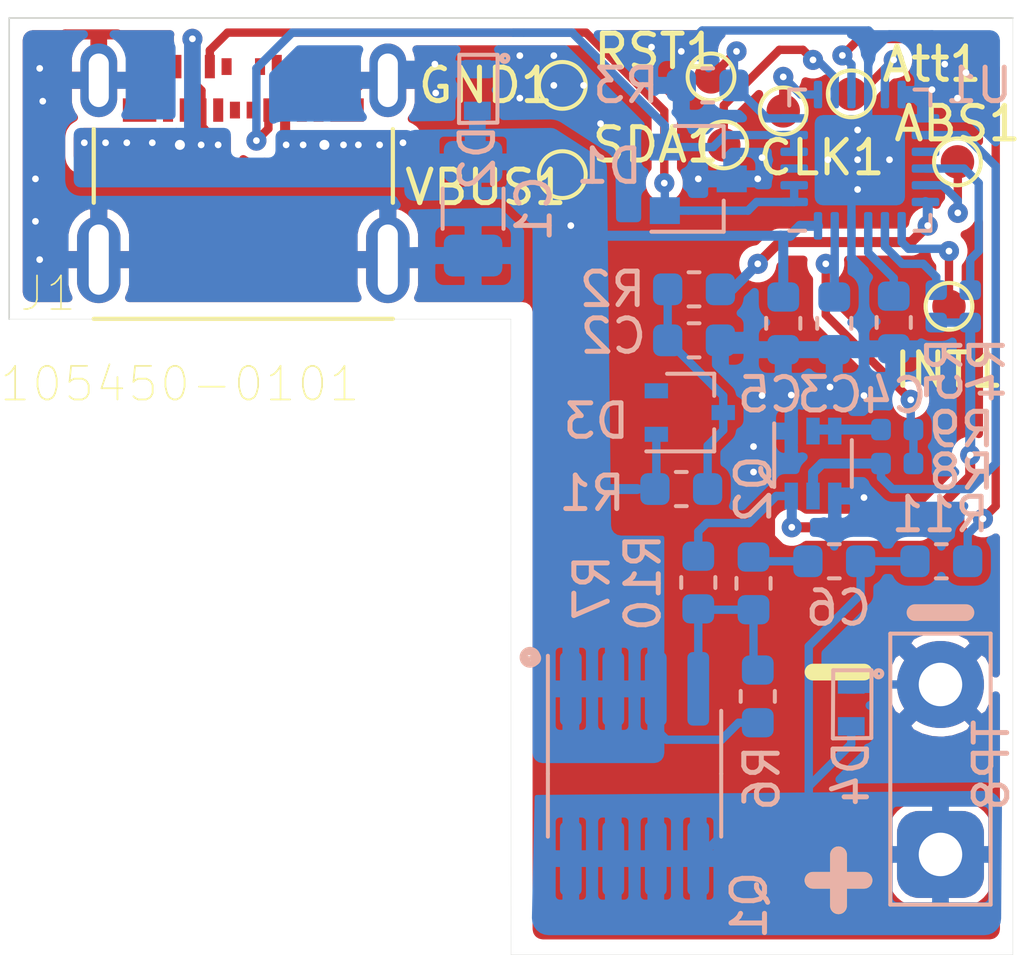
<source format=kicad_pcb>
(kicad_pcb (version 20171130) (host pcbnew "(5.1.2)-1")
  (layers (0 F.Cu signal) (31 B.Cu signal) (34 B.Paste user) (35 F.Paste user) (36 B.SilkS user) (37 F.SilkS user) (38 B.Mask user) (39 F.Mask user) (44 Edge.Cuts user))
  (net 0 "")
  (net 1 VBUS)
  (net 2 GND)
  (net 3 "Net-(C2-Pad1)")
  (net 4 +2V8)
  (net 5 "Net-(C4-Pad2)")
  (net 6 "Net-(C6-Pad2)")
  (net 7 "Net-(C6-Pad1)")
  (net 8 /CC2)
  (net 9 /CC1)
  (net 10 "Net-(D3-Pad2)")
  (net 11 "Net-(J1-PadB11)")
  (net 12 "Net-(J1-PadB10)")
  (net 13 "Net-(J1-PadB3)")
  (net 14 "Net-(J1-PadB2)")
  (net 15 "Net-(J1-PadA11)")
  (net 16 "Net-(J1-PadA10)")
  (net 17 "Net-(J1-PadA8)")
  (net 18 "Net-(J1-PadA3)")
  (net 19 "Net-(J1-PadA2)")
  (net 20 "Net-(Q2-Pad2)")
  (net 21 "Net-(Q2-Pad5)")
  (net 22 "Net-(Q2-Pad6)")
  (net 23 "Net-(R2-Pad2)")
  (net 24 "Net-(U1-Pad15)")
  (net 25 "Net-(U1-Pad3)")
  (net 26 "Net-(R3-Pad1)")
  (net 27 "Net-(R4-Pad2)")
  (net 28 "Net-(R5-Pad2)")
  (net 29 "Net-(R11-Pad2)")
  (net 30 "Net-(Q1-Pad4)")
  (net 31 "Net-(ABS1-Pad1)")
  (net 32 "Net-(Att1-Pad1)")
  (net 33 "Net-(CLK1-Pad1)")
  (net 34 "Net-(INT1-Pad1)")
  (net 35 "Net-(SDA1-Pad1)")
  (net 36 "Net-(J1-PadB8)")
  (net 37 "Net-(J1-PadB7)")
  (net 38 "Net-(J1-PadB6)")
  (net 39 "Net-(J1-PadA7)")
  (net 40 "Net-(J1-PadA6)")
  (module RuanProject:MOLEX_105450-0101 (layer F.Cu) (at 42.15384 142.27302)
    (fp_text reference J1 (at -5.83184 3.01498) (layer F.SilkS) (effects (font (size 1.0036 1.0036) (thickness 0.05))))
    (fp_text value 105450-0101 (at -1.89789 5.71781) (layer F.SilkS) (effects (font (size 1.0035 1.0035) (thickness 0.05))))
    (pad S4 thru_hole oval (at 4.32 2 90) (size 2.6 1.3) (drill oval 2.1 0.6) (layers *.Cu *.Mask) (net 2 GND))
    (pad S3 thru_hole oval (at -4.32 2 90) (size 2.6 1.3) (drill oval 2.1 0.6) (layers *.Cu *.Mask) (net 2 GND))
    (pad S2 thru_hole oval (at 4.32 -3.36 90) (size 2.2 1.1) (drill oval 1.6 0.6) (layers *.Cu *.Mask) (net 2 GND))
    (pad S1 thru_hole oval (at -4.32 -3.36 90) (size 2.2 1.1) (drill oval 1.6 0.6) (layers *.Cu *.Mask) (net 2 GND))
    (pad B12 smd rect (at -3.1 -2.47) (size 1 0.7) (layers F.Cu F.Paste F.Mask) (net 2 GND))
    (pad B11 smd rect (at -2.25 -2.47) (size 0.3 0.7) (layers F.Cu F.Paste F.Mask) (net 11 "Net-(J1-PadB11)"))
    (pad B10 smd rect (at -1.75 -2.47) (size 0.3 0.7) (layers F.Cu F.Paste F.Mask) (net 12 "Net-(J1-PadB10)"))
    (pad B9 smd rect (at -1.25 -2.47) (size 0.3 0.7) (layers F.Cu F.Paste F.Mask) (net 1 VBUS))
    (pad B8 smd rect (at -0.75 -2.47) (size 0.3 0.7) (layers F.Cu F.Paste F.Mask) (net 36 "Net-(J1-PadB8)"))
    (pad B7 smd rect (at -0.25 -2.47) (size 0.3 0.5) (layers F.Cu F.Paste F.Mask) (net 37 "Net-(J1-PadB7)"))
    (pad B6 smd rect (at 0.25 -2.47) (size 0.3 0.5) (layers F.Cu F.Paste F.Mask) (net 38 "Net-(J1-PadB6)"))
    (pad B5 smd rect (at 0.75 -2.47) (size 0.3 0.7) (layers F.Cu F.Paste F.Mask) (net 8 /CC2))
    (pad B4 smd rect (at 1.25 -2.47) (size 0.3 0.7) (layers F.Cu F.Paste F.Mask) (net 1 VBUS))
    (pad B3 smd rect (at 1.75 -2.47) (size 0.3 0.7) (layers F.Cu F.Paste F.Mask) (net 13 "Net-(J1-PadB3)"))
    (pad B2 smd rect (at 2.25 -2.47) (size 0.3 0.7) (layers F.Cu F.Paste F.Mask) (net 14 "Net-(J1-PadB2)"))
    (pad B1 smd rect (at 3.1 -2.47) (size 1 0.7) (layers F.Cu F.Paste F.Mask) (net 2 GND))
    (pad A12 smd rect (at 3 -3.77) (size 0.3 0.7) (layers F.Cu F.Paste F.Mask) (net 2 GND))
    (pad A11 smd rect (at 2.5 -3.77) (size 0.3 0.7) (layers F.Cu F.Paste F.Mask) (net 15 "Net-(J1-PadA11)"))
    (pad A10 smd rect (at 2 -3.77) (size 0.3 0.7) (layers F.Cu F.Paste F.Mask) (net 16 "Net-(J1-PadA10)"))
    (pad A9 smd rect (at 1.5 -3.77) (size 0.3 0.7) (layers F.Cu F.Paste F.Mask) (net 1 VBUS))
    (pad A8 smd rect (at 1 -3.77) (size 0.3 0.7) (layers F.Cu F.Paste F.Mask) (net 17 "Net-(J1-PadA8)"))
    (pad A7 smd rect (at 0.5 -3.77) (size 0.3 0.5) (layers F.Cu F.Paste F.Mask) (net 39 "Net-(J1-PadA7)"))
    (pad A6 smd rect (at -0.5 -3.77) (size 0.3 0.5) (layers F.Cu F.Paste F.Mask) (net 40 "Net-(J1-PadA6)"))
    (pad A5 smd rect (at -1 -3.77) (size 0.3 0.7) (layers F.Cu F.Paste F.Mask) (net 9 /CC1))
    (pad A4 smd rect (at -1.5 -3.77) (size 0.3 0.7) (layers F.Cu F.Paste F.Mask) (net 1 VBUS))
    (pad A3 smd rect (at -2 -3.77) (size 0.3 0.7) (layers F.Cu F.Paste F.Mask) (net 18 "Net-(J1-PadA3)"))
    (pad A2 smd rect (at -2.5 -3.77) (size 0.3 0.7) (layers F.Cu F.Paste F.Mask) (net 19 "Net-(J1-PadA2)"))
    (pad A1 smd rect (at -3 -3.77) (size 0.3 0.7) (layers F.Cu F.Paste F.Mask) (net 2 GND))
  )
  (module TestPoint:TestPoint_Pad_D1.0mm (layer F.Cu) (at 51.689 141.732)
    (fp_text reference VBUS1 (at -2.286 0.381) (layer F.SilkS))
    (fp_text value VBUS)
    (pad 1 smd circle (at 0 0) (size 1 1) (layers F.Cu F.Mask) (net 1 VBUS))
  )
  (module TestPoint:TestPoint_Pad_D1.0mm (layer F.Cu) (at 56.515 140.843)
    (fp_text reference SDA1 (at -2.032 0) (layer F.SilkS))
    (fp_text value SDA)
    (pad 1 smd circle (at 0 0) (size 1 1) (layers F.Cu F.Mask) (net 35 "Net-(SDA1-Pad1)"))
  )
  (module TestPoint:TestPoint_Pad_D1.0mm (layer F.Cu) (at 56.134 138.811)
    (fp_text reference RST1 (at -1.651 -0.762) (layer F.SilkS))
    (fp_text value RST)
    (pad 1 smd circle (at 0 0) (size 1 1) (layers F.Cu F.Mask) (net 26 "Net-(R3-Pad1)"))
  )
  (module TestPoint:TestPoint_Pad_D1.0mm (layer F.Cu) (at 63.246 145.669)
    (fp_text reference INT1 (at 0 1.905) (layer F.SilkS))
    (fp_text value INT)
    (pad 1 smd circle (at 0 0) (size 1 1) (layers F.Cu F.Mask) (net 34 "Net-(INT1-Pad1)"))
  )
  (module TestPoint:TestPoint_Pad_D1.0mm (layer F.Cu) (at 51.689 139.065)
    (fp_text reference GND1 (at -2.286 0) (layer F.SilkS))
    (fp_text value GND)
    (pad 1 smd circle (at 0 0) (size 1 1) (layers F.Cu F.Mask) (net 2 GND))
  )
  (module TestPoint:TestPoint_Pad_D1.0mm (layer F.Cu) (at 58.293 139.827)
    (fp_text reference CLK1 (at 1.143 1.397) (layer F.SilkS))
    (fp_text value CLK)
    (pad 1 smd circle (at 0 0) (size 1 1) (layers F.Cu F.Mask) (net 33 "Net-(CLK1-Pad1)"))
  )
  (module TestPoint:TestPoint_Pad_D1.0mm (layer F.Cu) (at 60.325 139.319)
    (fp_text reference Att1 (at 2.413 -0.889) (layer F.SilkS))
    (fp_text value ATT)
    (pad 1 smd circle (at 0 0) (size 1 1) (layers F.Cu F.Mask) (net 32 "Net-(Att1-Pad1)"))
  )
  (module TestPoint:TestPoint_Pad_D1.0mm (layer F.Cu) (at 63.5 141.351)
    (fp_text reference ABS1 (at 0 -1.143) (layer F.SilkS))
    (fp_text value ABS)
    (pad 1 smd circle (at 0 0) (size 1 1) (layers F.Cu F.Mask) (net 31 "Net-(ABS1-Pad1)"))
  )
  (module RuanProject:SOT-363_SC-70-6 (layer B.Cu) (at 59.182 150.368 270)
    (fp_text reference Q2 (at 0.762 1.778 270) (layer B.SilkS) (effects (justify mirror)))
    (fp_text value 2N7002KDW)
    (pad 6 smd rect (at 0.97 0.65 270) (size 0.8 0.4) (layers B.Cu B.Paste B.Mask) (net 22 "Net-(Q2-Pad6)"))
    (pad 4 smd rect (at 0.97 -0.65 270) (size 0.8 0.4) (layers B.Cu B.Paste B.Mask) (net 2 GND))
    (pad 2 smd rect (at -0.97 0 270) (size 0.8 0.4) (layers B.Cu B.Paste B.Mask) (net 20 "Net-(Q2-Pad2)"))
    (pad 5 smd rect (at 0.97 0 270) (size 0.8 0.4) (layers B.Cu B.Paste B.Mask) (net 21 "Net-(Q2-Pad5)"))
    (pad 3 smd rect (at -0.97 -0.65 270) (size 0.8 0.4) (layers B.Cu B.Paste B.Mask) (net 20 "Net-(Q2-Pad2)"))
    (pad 1 smd rect (at -0.97 0.65 270) (size 0.8 0.4) (layers B.Cu B.Paste B.Mask) (net 2 GND))
  )
  (module Package_DFN_QFN:QFN-24-1EP_4x4mm_P0.5mm_EP2.7x2.7mm (layer B.Cu) (at 60.58154 141.3002)
    (fp_text reference U1 (at 3.55346 -2.2352) (layer B.SilkS) (effects (justify mirror)))
    (fp_text value STUSB4500)
    (pad 24 smd roundrect (at -1.25 1.9625) (size 0.25 0.825) (layers B.Cu B.Paste B.Mask) (net 1 VBUS))
    (pad 23 smd roundrect (at -0.75 1.9625) (size 0.25 0.825) (layers B.Cu B.Paste B.Mask) (net 4 +2V8))
    (pad 22 smd roundrect (at -0.25 1.9625) (size 0.25 0.825) (layers B.Cu B.Paste B.Mask) (net 2 GND))
    (pad 21 smd roundrect (at 0.25 1.9625) (size 0.25 0.825) (layers B.Cu B.Paste B.Mask) (net 5 "Net-(C4-Pad2)"))
    (pad 20 smd roundrect (at 0.75 1.9625) (size 0.25 0.825) (layers B.Cu B.Paste B.Mask) (net 28 "Net-(R5-Pad2)"))
    (pad 19 smd roundrect (at 1.25 1.9625) (size 0.25 0.825) (layers B.Cu B.Paste B.Mask) (net 34 "Net-(INT1-Pad1)"))
    (pad 18 smd roundrect (at 1.9625 1.25) (size 0.825 0.25) (layers B.Cu B.Paste B.Mask) (net 23 "Net-(R2-Pad2)"))
    (pad 17 smd roundrect (at 1.9625 0.75) (size 0.825 0.25) (layers B.Cu B.Paste B.Mask) (net 31 "Net-(ABS1-Pad1)"))
    (pad 16 smd roundrect (at 1.9625 0.25) (size 0.825 0.25) (layers B.Cu B.Paste B.Mask) (net 27 "Net-(R4-Pad2)"))
    (pad 15 smd roundrect (at 1.9625 -0.25) (size 0.825 0.25) (layers B.Cu B.Paste B.Mask) (net 24 "Net-(U1-Pad15)"))
    (pad 14 smd roundrect (at 1.9625 -0.75) (size 0.825 0.25) (layers B.Cu B.Paste B.Mask) (net 21 "Net-(Q2-Pad5)"))
    (pad 13 smd roundrect (at 1.9625 -1.25) (size 0.825 0.25) (layers B.Cu B.Paste B.Mask) (net 2 GND))
    (pad 12 smd roundrect (at 1.25 -1.9625) (size 0.25 0.825) (layers B.Cu B.Paste B.Mask) (net 2 GND))
    (pad 11 smd roundrect (at 0.75 -1.9625) (size 0.25 0.825) (layers B.Cu B.Paste B.Mask) (net 32 "Net-(Att1-Pad1)"))
    (pad 10 smd roundrect (at 0.25 -1.9625) (size 0.25 0.825) (layers B.Cu B.Paste B.Mask) (net 2 GND))
    (pad 9 smd roundrect (at -0.25 -1.9625) (size 0.25 0.825) (layers B.Cu B.Paste B.Mask) (net 29 "Net-(R11-Pad2)"))
    (pad 8 smd roundrect (at -0.75 -1.9625) (size 0.25 0.825) (layers B.Cu B.Paste B.Mask) (net 35 "Net-(SDA1-Pad1)"))
    (pad 7 smd roundrect (at -1.25 -1.9625) (size 0.25 0.825) (layers B.Cu B.Paste B.Mask) (net 33 "Net-(CLK1-Pad1)"))
    (pad 6 smd roundrect (at -1.9625 -1.25) (size 0.825 0.25) (layers B.Cu B.Paste B.Mask) (net 26 "Net-(R3-Pad1)"))
    (pad 5 smd roundrect (at -1.9625 -0.75) (size 0.825 0.25) (layers B.Cu B.Paste B.Mask) (net 8 /CC2))
    (pad 4 smd roundrect (at -1.9625 -0.25) (size 0.825 0.25) (layers B.Cu B.Paste B.Mask) (net 8 /CC2))
    (pad 3 smd roundrect (at -1.9625 0.25) (size 0.825 0.25) (layers B.Cu B.Paste B.Mask) (net 25 "Net-(U1-Pad3)"))
    (pad 2 smd roundrect (at -1.9625 0.75) (size 0.825 0.25) (layers B.Cu B.Paste B.Mask) (net 9 /CC1))
    (pad 1 smd roundrect (at -1.9625 1.25) (size 0.825 0.25) (layers B.Cu B.Paste B.Mask) (net 9 /CC1))
    (pad 25 smd roundrect (at 0 0) (size 2.7 2.7) (layers B.Cu B.Mask) (roundrect_rratio 0.09259299999999999) (net 2 GND))
  )
  (module TestPoint:TestPoint_2Pads_Pitch5.08mm_Drill1.3mm (layer B.Cu) (at 62.992 162.052 90)
    (fp_text reference TP8 (at 2.667 1.524 90) (layer B.SilkS) (effects (justify mirror)))
    (fp_text value "Power Soldering Pad")
    (pad 2 thru_hole circle (at 5.08 0 90) (size 2.6 2.6) (drill 1.3) (layers *.Cu *.Mask) (net 2 GND))
    (pad 1 thru_hole roundrect (at 0 0 90) (size 2.6 2.6) (drill 1.3) (layers *.Cu *.Mask) (net 7 "Net-(C6-Pad1)"))
  )
  (module Resistor_SMD:R_0603_1608Metric (layer B.Cu) (at 63.0175 153.289)
    (fp_text reference R11 (at -0.0255 -1.397) (layer B.SilkS) (effects (justify mirror)))
    (fp_text value 1K)
    (pad 2 smd roundrect (at 0.7875 0) (size 0.875 0.95) (layers B.Cu B.Paste B.Mask) (net 29 "Net-(R11-Pad2)"))
    (pad 1 smd roundrect (at -0.7875 0) (size 0.875 0.95) (layers B.Cu B.Paste B.Mask) (net 7 "Net-(C6-Pad1)"))
  )
  (module Resistor_SMD:R_0603_1608Metric (layer B.Cu) (at 57.404 153.9495 270)
    (fp_text reference R10 (at -0.0255 3.302 90) (layer B.SilkS) (effects (justify mirror)))
    (fp_text value 100R)
    (pad 2 smd roundrect (at 0.7875 0 270) (size 0.875 0.95) (layers B.Cu B.Paste B.Mask) (net 30 "Net-(Q1-Pad4)"))
    (pad 1 smd roundrect (at -0.7875 0 270) (size 0.875 0.95) (layers B.Cu B.Paste B.Mask) (net 6 "Net-(C6-Pad2)"))
  )
  (module Resistor_SMD:R_0402_1005Metric (layer B.Cu) (at 61.699 149.352 180)
    (fp_text reference R9 (at -1.928 0 180) (layer B.SilkS) (effects (justify mirror)))
    (fp_text value 10K)
    (pad 2 smd roundrect (at 0.485 0 180) (size 0.59 0.64) (layers B.Cu B.Paste B.Mask) (net 20 "Net-(Q2-Pad2)"))
    (pad 1 smd roundrect (at -0.485 0 180) (size 0.59 0.64) (layers B.Cu B.Paste B.Mask) (net 4 +2V8))
  )
  (module Resistor_SMD:R_0402_1005Metric (layer B.Cu) (at 61.699 150.368 180)
    (fp_text reference R8 (at -1.928 -0.254) (layer B.SilkS) (effects (justify mirror)))
    (fp_text value 10K)
    (pad 2 smd roundrect (at 0.485 0 180) (size 0.59 0.64) (layers B.Cu B.Paste B.Mask) (net 21 "Net-(Q2-Pad5)"))
    (pad 1 smd roundrect (at -0.485 0 180) (size 0.59 0.64) (layers B.Cu B.Paste B.Mask) (net 4 +2V8))
  )
  (module Resistor_SMD:R_0603_1608Metric (layer B.Cu) (at 55.753 153.924 90)
    (fp_text reference R7 (at -0.1525 -3.175 90) (layer B.SilkS) (effects (justify mirror)))
    (fp_text value 22K)
    (pad 2 smd roundrect (at 0.7875 0 90) (size 0.875 0.95) (layers B.Cu B.Paste B.Mask) (net 22 "Net-(Q2-Pad6)"))
    (pad 1 smd roundrect (at -0.7875 0 90) (size 0.875 0.95) (layers B.Cu B.Paste B.Mask) (net 30 "Net-(Q1-Pad4)"))
  )
  (module Resistor_SMD:R_0603_1608Metric (layer B.Cu) (at 57.531 157.3275 90)
    (fp_text reference R6 (at -2.4385 0.127 90) (layer B.SilkS) (effects (justify mirror)))
    (fp_text value 100K)
    (pad 2 smd roundrect (at 0.7875 0 90) (size 0.875 0.95) (layers B.Cu B.Paste B.Mask) (net 30 "Net-(Q1-Pad4)"))
    (pad 1 smd roundrect (at -0.7875 0 90) (size 0.875 0.95) (layers B.Cu B.Paste B.Mask) (net 1 VBUS))
  )
  (module Resistor_SMD:R_0402_1005Metric (layer B.Cu) (at 62.865 145.669 90)
    (fp_text reference R5 (at -1.905 0.254 90) (layer B.SilkS) (effects (justify mirror)))
    (fp_text value "0R(NC)")
    (pad 2 smd roundrect (at 0.485 0 90) (size 0.59 0.64) (layers B.Cu B.Paste B.Mask) (net 28 "Net-(R5-Pad2)"))
    (pad 1 smd roundrect (at -0.485 0 90) (size 0.59 0.64) (layers B.Cu B.Paste B.Mask) (net 22 "Net-(Q2-Pad6)"))
  )
  (module Resistor_SMD:R_0402_1005Metric (layer B.Cu) (at 63.881 145.669 90)
    (fp_text reference R4 (at -1.905 0.508 90) (layer B.SilkS) (effects (justify mirror)))
    (fp_text value "0R(NC)")
    (pad 2 smd roundrect (at 0.485 0 90) (size 0.59 0.64) (layers B.Cu B.Paste B.Mask) (net 27 "Net-(R4-Pad2)"))
    (pad 1 smd roundrect (at -0.485 0 90) (size 0.59 0.64) (layers B.Cu B.Paste B.Mask) (net 22 "Net-(Q2-Pad6)"))
  )
  (module Resistor_SMD:R_0603_1608Metric (layer B.Cu) (at 56.0325 139.065 180)
    (fp_text reference R3 (at 2.4385 0) (layer B.SilkS) (effects (justify mirror)))
    (fp_text value 100K)
    (pad 2 smd roundrect (at 0.7875 0 180) (size 0.875 0.95) (layers B.Cu B.Paste B.Mask) (net 2 GND))
    (pad 1 smd roundrect (at -0.7875 0 180) (size 0.875 0.95) (layers B.Cu B.Paste B.Mask) (net 26 "Net-(R3-Pad1)"))
  )
  (module Resistor_SMD:R_0603_1608Metric (layer B.Cu) (at 55.626 145.161)
    (fp_text reference R2 (at -2.4385 0) (layer B.SilkS) (effects (justify mirror)))
    (fp_text value 1K)
    (pad 2 smd roundrect (at 0.7875 0) (size 0.875 0.95) (layers B.Cu B.Paste B.Mask) (net 23 "Net-(R2-Pad2)"))
    (pad 1 smd roundrect (at -0.7875 0) (size 0.875 0.95) (layers B.Cu B.Paste B.Mask) (net 3 "Net-(C2-Pad1)"))
  )
  (module Resistor_SMD:R_0603_1608Metric (layer B.Cu) (at 55.245 151.13)
    (fp_text reference R1 (at -2.667 0.127) (layer B.SilkS) (effects (justify mirror)))
    (fp_text value 470R)
    (pad 2 smd roundrect (at 0.7875 0) (size 0.875 0.95) (layers B.Cu B.Paste B.Mask) (net 3 "Net-(C2-Pad1)"))
    (pad 1 smd roundrect (at -0.7875 0) (size 0.875 0.95) (layers B.Cu B.Paste B.Mask) (net 1 VBUS))
  )
  (module RuanProject:SOP-8_CJQ4459 (layer B.Cu) (at 53.848 159.639 270)
    (fp_text reference Q1 (at 3.937 -3.429 90) (layer B.SilkS) (effects (justify mirror)))
    (fp_text value CJQ4459)
    (pad 1 smd roundrect (at -2.5375 1.905 270) (size 2.2 0.65) (layers B.Cu B.Paste B.Mask) (net 1 VBUS))
    (pad 2 smd roundrect (at -2.5375 0.635 270) (size 2.2 0.65) (layers B.Cu B.Paste B.Mask) (net 1 VBUS))
    (pad 3 smd roundrect (at -2.5375 -0.635 270) (size 2.2 0.65) (layers B.Cu B.Paste B.Mask) (net 1 VBUS))
    (pad 4 smd roundrect (at -2.5375 -1.905 270) (size 2.2 0.65) (layers B.Cu B.Paste B.Mask) (net 30 "Net-(Q1-Pad4)"))
    (pad 5 smd roundrect (at 2.5375 -1.905 270) (size 2.2 0.65) (layers B.Cu B.Paste B.Mask) (net 7 "Net-(C6-Pad1)"))
    (pad 6 smd roundrect (at 2.5375 -0.635 270) (size 2.2 0.65) (layers B.Cu B.Paste B.Mask) (net 7 "Net-(C6-Pad1)"))
    (pad 7 smd roundrect (at 2.5375 0.635 270) (size 2.2 0.65) (layers B.Cu B.Paste B.Mask) (net 7 "Net-(C6-Pad1)"))
    (pad 8 smd roundrect (at 2.5375 1.905 270) (size 2.2 0.65) (layers B.Cu B.Paste B.Mask) (net 7 "Net-(C6-Pad1)"))
  )
  (module "RuanProject:QFN 1610" (layer B.Cu) (at 60.325 158.222 90)
    (fp_text reference D4 (at -1.417 0 90) (layer B.SilkS) (effects (justify mirror)))
    (fp_text value ESDA25P35-1U1M)
    (pad 1 smd rect (at 1.25 0 90) (size 0.55 0.8) (layers B.Cu B.Paste B.Mask) (net 2 GND))
    (pad 2 smd rect (at 0 0 90) (size 0.55 0.8) (layers B.Cu B.Paste B.Mask) (net 7 "Net-(C6-Pad1)"))
  )
  (module Package_TO_SOT_SMD:SOT-323_SC-70 (layer B.Cu) (at 55.499 148.844)
    (fp_text reference D3 (at -2.794 0.254) (layer B.SilkS) (effects (justify mirror)))
    (fp_text value BAT54W)
    (pad 3 smd rect (at 1 0 90) (size 0.45 0.7) (layers B.Cu B.Paste B.Mask) (net 3 "Net-(C2-Pad1)"))
    (pad 2 smd rect (at -1 -0.65 90) (size 0.45 0.7) (layers B.Cu B.Paste B.Mask) (net 10 "Net-(D3-Pad2)"))
    (pad 1 smd rect (at -1 0.65 90) (size 0.45 0.7) (layers B.Cu B.Paste B.Mask) (net 1 VBUS))
  )
  (module "RuanProject:QFN 1610" (layer B.Cu) (at 49.149 139.827 90)
    (fp_text reference D2 (at -1.397 0 90) (layer B.SilkS) (effects (justify mirror)))
    (fp_text value ESDA25P35-1U1M)
    (pad 1 smd rect (at 1.25 0 90) (size 0.55 0.8) (layers B.Cu B.Paste B.Mask) (net 2 GND))
    (pad 2 smd rect (at 0 0 90) (size 0.55 0.8) (layers B.Cu B.Paste B.Mask) (net 1 VBUS))
  )
  (module Package_TO_SOT_SMD:SOT-23 (layer B.Cu) (at 55.753 141.859)
    (fp_text reference D1 (at -2.667 -0.381) (layer B.SilkS) (effects (justify mirror)))
    (fp_text value ESD24VC2)
    (pad 3 smd rect (at 1 0) (size 0.9 0.8) (layers B.Cu B.Paste B.Mask) (net 2 GND))
    (pad 2 smd rect (at -1 -0.95) (size 0.9 0.8) (layers B.Cu B.Paste B.Mask) (net 8 /CC2))
    (pad 1 smd rect (at -1 0.95) (size 0.9 0.8) (layers B.Cu B.Paste B.Mask) (net 9 /CC1))
  )
  (module Capacitor_SMD:C_0603_1608Metric (layer B.Cu) (at 59.817 153.289 180)
    (fp_text reference C6 (at -0.127 -1.397) (layer B.SilkS) (effects (justify mirror)))
    (fp_text value 0.1uF)
    (pad 2 smd roundrect (at 0.7875 0 180) (size 0.875 0.95) (layers B.Cu B.Paste B.Mask) (net 6 "Net-(C6-Pad2)"))
    (pad 1 smd roundrect (at -0.7875 0 180) (size 0.875 0.95) (layers B.Cu B.Paste B.Mask) (net 7 "Net-(C6-Pad1)"))
  )
  (module Capacitor_SMD:C_0603_1608Metric (layer B.Cu) (at 58.293 146.177 90)
    (fp_text reference C5 (at -2.1335 -0.381 180) (layer B.SilkS) (effects (justify mirror)))
    (fp_text value 1uF)
    (pad 2 smd roundrect (at 0.7875 0 90) (size 0.875 0.95) (layers B.Cu B.Paste B.Mask) (net 1 VBUS))
    (pad 1 smd roundrect (at -0.7875 0 90) (size 0.875 0.95) (layers B.Cu B.Paste B.Mask) (net 2 GND))
  )
  (module Capacitor_SMD:C_0603_1608Metric (layer B.Cu) (at 61.595 146.1515 90)
    (fp_text reference C4 (at -2.1845 0 180) (layer B.SilkS) (effects (justify mirror)))
    (fp_text value 1uF)
    (pad 2 smd roundrect (at 0.7875 0 90) (size 0.875 0.95) (layers B.Cu B.Paste B.Mask) (net 5 "Net-(C4-Pad2)"))
    (pad 1 smd roundrect (at -0.7875 0 90) (size 0.875 0.95) (layers B.Cu B.Paste B.Mask) (net 2 GND))
  )
  (module Capacitor_SMD:C_0603_1608Metric (layer B.Cu) (at 59.817 146.177 90)
    (fp_text reference C3 (at -2.1335 -0.127 180) (layer B.SilkS) (effects (justify mirror)))
    (fp_text value 1uF)
    (pad 2 smd roundrect (at 0.7875 0 90) (size 0.875 0.95) (layers B.Cu B.Paste B.Mask) (net 4 +2V8))
    (pad 1 smd roundrect (at -0.7875 0 90) (size 0.875 0.95) (layers B.Cu B.Paste B.Mask) (net 2 GND))
  )
  (module Capacitor_SMD:C_0603_1608Metric (layer B.Cu) (at 55.626 146.685)
    (fp_text reference C2 (at -2.413 -0.127) (layer B.SilkS) (effects (justify mirror)))
    (fp_text value 1uF)
    (pad 2 smd roundrect (at 0.7875 0) (size 0.875 0.95) (layers B.Cu B.Paste B.Mask) (net 2 GND))
    (pad 1 smd roundrect (at -0.7875 0) (size 0.875 0.95) (layers B.Cu B.Paste B.Mask) (net 3 "Net-(C2-Pad1)"))
  )
  (module Capacitor_SMD:C_1206_3216Metric (layer B.Cu) (at 49.022 142.751 90)
    (fp_text reference C1 (at 0 1.82 90) (layer B.SilkS) (effects (justify mirror)))
    (fp_text value 4.7uF)
    (pad 2 smd roundrect (at 1.4 0 90) (size 1.25 1.75) (layers B.Cu B.Paste B.Mask) (roundrect_rratio 0.2) (net 1 VBUS))
    (pad 1 smd roundrect (at -1.4 0 90) (size 1.25 1.75) (layers B.Cu B.Paste B.Mask) (roundrect_rratio 0.2) (net 2 GND))
  )
  (gr_text - (at 59.944 156.464) (layer F.SilkS) (effects (font (size 2 2) (thickness 0.5))))
  (gr_text - (at 62.992 154.686) (layer B.SilkS) (effects (font (size 2 2) (thickness 0.5))))
  (gr_text + (at 59.944 162.687) (layer F.SilkS) (effects (font (size 2 2) (thickness 0.5))))
  (gr_text + (at 59.944 162.687) (layer B.SilkS) (effects (font (size 2 2) (thickness 0.5))))
  (gr_line (start 50.15608 165.05078) (end 65.15608 165.05078) (layer Edge.Cuts) (width 0.01))
  (gr_line (start 65.15608 165.05078) (end 65.15608 137.05078) (layer Edge.Cuts) (width 0.01))
  (gr_line (start 50.1523 146.05078) (end 50.15608 165.05078) (layer Edge.Cuts) (width 0.01))
  (gr_line (start 50.15608 146.05078) (end 35.15608 146.05078) (layer Edge.Cuts) (width 0.01))
  (gr_line (start 65.15608 137.05078) (end 35.15608 137.05078) (layer Edge.Cuts) (width 0.05))
  (gr_line (start 35.15608 146.05078) (end 35.15608 137.05078) (layer Edge.Cuts) (width 0.05))
  (via (at 57.531 141.859) (size 0.5) (drill 0.2) (layers F.Cu B.Cu) (net 2))
  (via (at 40.894 140.843) (size 0.4) (drill 0.2) (layers F.Cu B.Cu) (net 1))
  (via (at 45.1485 140.843) (size 0.4) (drill 0.2) (layers F.Cu B.Cu) (net 1))
  (via (at 46.9265 140.7795) (size 0.4) (drill 0.2) (layers F.Cu B.Cu) (net 1))
  (segment (start 43.40384 139.338022) (end 43.40384 139.80302) (width 0.25) (layer F.Cu) (net 1))
  (segment (start 43.65384 139.088022) (end 43.40384 139.338022) (width 0.25) (layer F.Cu) (net 1))
  (segment (start 43.65384 138.50302) (end 43.65384 139.088022) (width 0.25) (layer F.Cu) (net 1))
  (segment (start 40.90384 139.218018) (end 40.90384 139.80302) (width 0.25) (layer F.Cu) (net 1))
  (segment (start 40.65384 138.968018) (end 40.90384 139.218018) (width 0.25) (layer F.Cu) (net 1))
  (segment (start 40.65384 138.50302) (end 40.65384 138.968018) (width 0.25) (layer F.Cu) (net 1))
  (segment (start 43.84382 140.843) (end 44.196 140.843) (width 0.25) (layer F.Cu) (net 1))
  (segment (start 52.578 152.781) (end 52.578 154.559) (width 1) (layer B.Cu) (net 1))
  (segment (start 52.578 154.559) (end 53.213 155.194) (width 1) (layer B.Cu) (net 1))
  (segment (start 53.213 155.194) (end 53.213 157.1015) (width 0.3) (layer B.Cu) (net 1))
  (segment (start 51.943 143.256) (end 51.943 142.621) (width 1) (layer B.Cu) (net 1))
  (segment (start 43.815 140.843) (end 44.577 140.843) (width 0.5) (layer F.Cu) (net 1))
  (segment (start 44.577 140.843) (end 46.228 140.843) (width 0.5) (layer F.Cu) (net 1))
  (via (at 44.577 140.843) (size 0.6) (drill 0.3) (layers F.Cu B.Cu) (net 1))
  (segment (start 46.228 140.843) (end 46.99 140.843) (width 0.5) (layer F.Cu) (net 1))
  (via (at 46.228 140.843) (size 0.6) (drill 0.2) (layers F.Cu B.Cu) (net 1))
  (segment (start 40.90384 139.80302) (end 40.90384 140.45302) (width 0.3) (layer F.Cu) (net 1))
  (segment (start 40.90384 140.45302) (end 40.90384 140.70616) (width 0.5) (layer F.Cu) (net 1))
  (segment (start 40.90384 140.70616) (end 40.767 140.843) (width 0.5) (layer F.Cu) (net 1))
  (segment (start 40.767 140.843) (end 40.259 140.843) (width 0.5) (layer F.Cu) (net 1))
  (segment (start 43.815 140.843) (end 43.815 140.81418) (width 0.5) (layer F.Cu) (net 1))
  (segment (start 43.79382 140.843) (end 43.815 140.843) (width 0.3) (layer F.Cu) (net 1))
  (segment (start 43.40384 140.45302) (end 43.79382 140.843) (width 0.3) (layer F.Cu) (net 1))
  (segment (start 43.40384 139.80302) (end 43.40384 140.45302) (width 0.3) (layer F.Cu) (net 1))
  (segment (start 43.79382 140.843) (end 43.79382 140.69482) (width 0.5) (layer F.Cu) (net 1))
  (segment (start 39.497 140.843) (end 38.862 140.843) (width 0.5) (layer F.Cu) (net 1))
  (segment (start 40.259 140.843) (end 39.497 140.843) (width 0.5) (layer F.Cu) (net 1))
  (segment (start 52.07 143.129) (end 51.943 143.256) (width 0.3) (layer B.Cu) (net 1))
  (segment (start 58.7943 143.2627) (end 59.33154 143.2627) (width 0.3) (layer B.Cu) (net 1))
  (segment (start 56.956 158.115) (end 56.448 158.623) (width 0.25) (layer B.Cu) (net 1))
  (segment (start 57.531 158.115) (end 56.956 158.115) (width 0.25) (layer B.Cu) (net 1))
  (segment (start 54.483 158.3015) (end 54.483 157.1015) (width 0.25) (layer B.Cu) (net 1))
  (segment (start 54.8045 158.623) (end 54.483 158.3015) (width 0.25) (layer B.Cu) (net 1))
  (segment (start 56.448 158.623) (end 54.8045 158.623) (width 0.25) (layer B.Cu) (net 1))
  (segment (start 54.499 151.0885) (end 54.4575 151.13) (width 0.25) (layer B.Cu) (net 1))
  (segment (start 54.499 149.494) (end 54.499 151.0885) (width 0.25) (layer B.Cu) (net 1))
  (segment (start 52.578 151.964) (end 52.578 152.781) (width 0.25) (layer B.Cu) (net 1))
  (segment (start 54.4575 151.13) (end 53.92 151.13) (width 0.25) (layer B.Cu) (net 1))
  (segment (start 52.324 143.637) (end 51.943 143.256) (width 0.3) (layer B.Cu) (net 1))
  (segment (start 58.674 143.383) (end 58.497999 143.559001) (width 0.3) (layer B.Cu) (net 1))
  (segment (start 58.7943 143.2627) (end 58.674 143.383) (width 0.3) (layer B.Cu) (net 1))
  (segment (start 53.92 151.13) (end 51.943 151.13) (width 0.3) (layer B.Cu) (net 1))
  (segment (start 51.943 153.797) (end 51.943 151.13) (width 2) (layer B.Cu) (net 1))
  (segment (start 51.943 151.13) (end 51.943 143.256) (width 2) (layer B.Cu) (net 1))
  (segment (start 52.246001 143.559001) (end 51.943 143.256) (width 0.3) (layer B.Cu) (net 1))
  (segment (start 58.293 143.637) (end 58.215001 143.559001) (width 0.3) (layer B.Cu) (net 1))
  (segment (start 58.293 145.3895) (end 58.293 143.637) (width 0.3) (layer B.Cu) (net 1))
  (segment (start 58.497999 143.559001) (end 58.215001 143.559001) (width 0.3) (layer B.Cu) (net 1))
  (segment (start 58.215001 143.559001) (end 52.246001 143.559001) (width 0.3) (layer B.Cu) (net 1))
  (segment (start 54.483 157.1015) (end 51.943 157.1015) (width 0.25) (layer B.Cu) (net 1))
  (via (at 40.632738 137.672941) (size 0.6) (drill 0.2) (layers F.Cu B.Cu) (net 1))
  (segment (start 40.65384 138.50302) (end 40.65384 137.694043) (width 0.3) (layer F.Cu) (net 1))
  (segment (start 40.65384 137.694043) (end 40.632738 137.672941) (width 0.3) (layer F.Cu) (net 1))
  (via (at 40.259 140.843) (size 0.6) (drill 0.3) (layers F.Cu B.Cu) (net 1))
  (segment (start 40.632738 137.672941) (end 40.632738 140.469262) (width 0.5) (layer B.Cu) (net 1))
  (segment (start 40.632738 140.469262) (end 40.259 140.843) (width 0.5) (layer B.Cu) (net 1))
  (segment (start 49.149 141.224) (end 49.022 141.351) (width 0.5) (layer B.Cu) (net 1))
  (segment (start 49.149 139.827) (end 49.149 141.224) (width 0.5) (layer B.Cu) (net 1))
  (via (at 45.593 140.843) (size 0.4) (drill 0.2) (layers F.Cu B.Cu) (net 1))
  (via (at 43.434 140.843) (size 0.4) (drill 0.2) (layers F.Cu B.Cu) (net 1))
  (via (at 43.942 140.843) (size 0.4) (drill 0.2) (layers F.Cu B.Cu) (net 1))
  (via (at 39.4335 140.7795) (size 0.4) (drill 0.2) (layers F.Cu B.Cu) (net 1))
  (via (at 38.6715 140.7795) (size 0.4) (drill 0.2) (layers F.Cu B.Cu) (net 1))
  (via (at 38.0365 140.7795) (size 0.4) (drill 0.2) (layers F.Cu B.Cu) (net 1))
  (via (at 37.4015 140.7795) (size 0.4) (drill 0.2) (layers F.Cu B.Cu) (net 1))
  (segment (start 54.483 157.1015) (end 54.483 155.9015) (width 0.5) (layer B.Cu) (net 1))
  (segment (start 54.483 155.9015) (end 54.483 154.4955) (width 0.5) (layer B.Cu) (net 1))
  (segment (start 53.213 157.1015) (end 53.213 154.2415) (width 0.5) (layer B.Cu) (net 1))
  (segment (start 51.943 157.1015) (end 51.943 153.797) (width 0.5) (layer B.Cu) (net 1))
  (segment (start 54.483 157.1015) (end 51.1835 157.1015) (width 0.5) (layer B.Cu) (net 1))
  (segment (start 54.483 157.1015) (end 54.483 159.004) (width 0.5) (layer B.Cu) (net 1))
  (segment (start 53.213 157.1015) (end 53.213 158.9405) (width 0.5) (layer B.Cu) (net 1))
  (segment (start 51.943 157.1015) (end 51.943 158.877) (width 0.5) (layer B.Cu) (net 1))
  (via (at 51.943 143.256) (size 0.6) (drill 0.2) (layers F.Cu B.Cu) (net 1))
  (segment (start 51.689 141.732) (end 51.689 143.002) (width 0.25) (layer F.Cu) (net 1))
  (segment (start 51.689 143.002) (end 51.943 143.256) (width 0.25) (layer F.Cu) (net 1))
  (via (at 41.402 140.843) (size 0.4) (drill 0.2) (layers F.Cu B.Cu) (net 1))
  (via (at 60.5155 140.3985) (size 0.6) (drill 0.2) (layers F.Cu B.Cu) (net 2))
  (segment (start 59.817 146.9645) (end 58.293 146.9645) (width 0.25) (layer B.Cu) (net 2))
  (segment (start 56.693 146.9645) (end 56.4135 146.685) (width 0.25) (layer B.Cu) (net 2))
  (segment (start 58.293 146.9645) (end 56.693 146.9645) (width 0.25) (layer B.Cu) (net 2))
  (segment (start 59.8425 146.939) (end 59.817 146.9645) (width 0.3) (layer B.Cu) (net 2))
  (segment (start 58.293 146.9645) (end 58.293 148.082) (width 0.25) (layer B.Cu) (net 2))
  (segment (start 58.293 148.082) (end 58.532 148.321) (width 0.25) (layer B.Cu) (net 2))
  (segment (start 60.83154 141.0502) (end 60.58154 141.3002) (width 0.25) (layer B.Cu) (net 2))
  (segment (start 60.83154 139.3377) (end 60.83154 141.0502) (width 0.25) (layer B.Cu) (net 2))
  (segment (start 60.33154 141.5502) (end 60.58154 141.3002) (width 0.25) (layer B.Cu) (net 2))
  (segment (start 60.33154 143.2627) (end 60.33154 141.5502) (width 0.25) (layer B.Cu) (net 2))
  (segment (start 61.83154 139.3377) (end 62.5027 139.3377) (width 0.25) (layer B.Cu) (net 2))
  (segment (start 62.54404 139.37904) (end 62.54404 140.0502) (width 0.25) (layer B.Cu) (net 2))
  (segment (start 62.5027 139.3377) (end 62.54404 139.37904) (width 0.25) (layer B.Cu) (net 2))
  (via (at 55.753 141.859) (size 0.6) (drill 0.2) (layers F.Cu B.Cu) (net 2))
  (segment (start 56.753 141.859) (end 55.753 141.859) (width 0.3) (layer B.Cu) (net 2))
  (segment (start 61.595 146.939) (end 60.706 146.939) (width 0.3) (layer B.Cu) (net 2))
  (segment (start 60.706 146.939) (end 59.8425 146.939) (width 0.3) (layer B.Cu) (net 2))
  (segment (start 60.706 146.939) (end 60.706 144.609264) (width 0.3) (layer B.Cu) (net 2))
  (segment (start 60.706 144.609264) (end 60.33154 144.234804) (width 0.3) (layer B.Cu) (net 2))
  (segment (start 60.33154 143.2627) (end 60.33154 144.234804) (width 0.25) (layer B.Cu) (net 2))
  (segment (start 60.83154 139.3377) (end 60.83154 138.17746) (width 0.25) (layer B.Cu) (net 2))
  (segment (start 61.468 137.541) (end 62.738 137.541) (width 0.25) (layer B.Cu) (net 2))
  (segment (start 62.738 137.541) (end 63.119 137.922) (width 0.25) (layer B.Cu) (net 2))
  (segment (start 63.119 138.80408) (end 62.86154 139.06154) (width 0.25) (layer B.Cu) (net 2))
  (via (at 60.706 151.384) (size 0.6) (drill 0.2) (layers F.Cu B.Cu) (net 2))
  (segment (start 59.832 151.338) (end 60.66 151.338) (width 0.25) (layer B.Cu) (net 2))
  (segment (start 60.66 151.338) (end 60.706 151.384) (width 0.25) (layer B.Cu) (net 2))
  (via (at 58.532 148.321) (size 0.6) (drill 0.2) (layers F.Cu B.Cu) (net 2))
  (segment (start 58.532 148.575) (end 58.532 148.321) (width 0.25) (layer B.Cu) (net 2))
  (segment (start 58.532 148.575) (end 58.532 149.398) (width 0.25) (layer B.Cu) (net 2))
  (segment (start 62.992 156.972) (end 60.325 156.972) (width 0.25) (layer B.Cu) (net 2))
  (via (at 60.5155 141.2875) (size 0.6) (drill 0.2) (layers F.Cu B.Cu) (net 2))
  (via (at 60.5155 142.1765) (size 0.6) (drill 0.2) (layers F.Cu B.Cu) (net 2))
  (via (at 59.6265 141.2875) (size 0.6) (drill 0.2) (layers F.Cu B.Cu) (net 2))
  (via (at 61.468 141.2875) (size 0.6) (drill 0.2) (layers F.Cu B.Cu) (net 2))
  (segment (start 58.532 149.21) (end 60.706 151.384) (width 0.25) (layer F.Cu) (net 2))
  (segment (start 58.532 148.321) (end 58.532 149.21) (width 0.25) (layer F.Cu) (net 2))
  (segment (start 58.232001 148.620999) (end 58.532 148.321) (width 0.25) (layer F.Cu) (net 2))
  (segment (start 57.921999 148.931001) (end 58.232001 148.620999) (width 0.25) (layer F.Cu) (net 2))
  (segment (start 57.921999 152.573001) (end 57.921999 148.931001) (width 0.25) (layer F.Cu) (net 2))
  (segment (start 61.020999 155.672001) (end 57.921999 152.573001) (width 0.25) (layer F.Cu) (net 2))
  (segment (start 61.692001 155.672001) (end 61.020999 155.672001) (width 0.25) (layer F.Cu) (net 2))
  (segment (start 62.992 156.972) (end 61.692001 155.672001) (width 0.25) (layer F.Cu) (net 2))
  (segment (start 59.326501 141.587499) (end 59.6265 141.2875) (width 0.25) (layer F.Cu) (net 2))
  (segment (start 58.755001 142.158999) (end 59.326501 141.587499) (width 0.25) (layer F.Cu) (net 2))
  (segment (start 56.052999 142.158999) (end 58.755001 142.158999) (width 0.25) (layer F.Cu) (net 2))
  (segment (start 55.753 141.859) (end 56.052999 142.158999) (width 0.25) (layer F.Cu) (net 2))
  (via (at 55.245 138.049) (size 0.6) (drill 0.2) (layers F.Cu B.Cu) (net 2))
  (segment (start 55.245 139.065) (end 55.245 138.049) (width 0.25) (layer B.Cu) (net 2))
  (segment (start 60.842999 137.423999) (end 61.214 137.795) (width 0.25) (layer B.Cu) (net 2))
  (segment (start 55.870001 137.423999) (end 60.842999 137.423999) (width 0.25) (layer B.Cu) (net 2))
  (segment (start 55.245 138.049) (end 55.870001 137.423999) (width 0.25) (layer B.Cu) (net 2))
  (segment (start 60.83154 138.17746) (end 61.214 137.795) (width 0.25) (layer B.Cu) (net 2))
  (segment (start 61.214 137.795) (end 61.468 137.541) (width 0.25) (layer B.Cu) (net 2))
  (via (at 50.419 138.176) (size 0.6) (drill 0.2) (layers F.Cu B.Cu) (net 2))
  (segment (start 51.689 139.065) (end 51.308 139.065) (width 0.25) (layer F.Cu) (net 2))
  (segment (start 51.308 139.065) (end 50.419 138.176) (width 0.25) (layer F.Cu) (net 2))
  (segment (start 50.018 138.577) (end 49.149 138.577) (width 0.25) (layer B.Cu) (net 2))
  (segment (start 50.419 138.176) (end 50.018 138.577) (width 0.25) (layer B.Cu) (net 2))
  (segment (start 51.689 139.065) (end 52.832 140.208) (width 0.25) (layer F.Cu) (net 2))
  (segment (start 53.594 140.97) (end 53.594 144.018) (width 0.25) (layer F.Cu) (net 2))
  (segment (start 53.594 144.018) (end 53.721 144.145) (width 0.25) (layer F.Cu) (net 2))
  (segment (start 53.721 144.145) (end 55.118 144.145) (width 0.25) (layer F.Cu) (net 2))
  (segment (start 55.118 144.145) (end 55.753 143.51) (width 0.25) (layer F.Cu) (net 2))
  (segment (start 55.753 143.51) (end 55.753 141.859) (width 0.25) (layer F.Cu) (net 2))
  (via (at 63.119 138.43) (size 0.6) (drill 0.2) (layers F.Cu B.Cu) (net 2))
  (segment (start 63.119 138.43) (end 63.119 138.80408) (width 0.25) (layer B.Cu) (net 2))
  (segment (start 63.119 137.922) (end 63.119 138.43) (width 0.25) (layer B.Cu) (net 2))
  (segment (start 45.15384 139.70302) (end 45.25384 139.80302) (width 0.3) (layer F.Cu) (net 2))
  (segment (start 45.15384 138.50302) (end 45.15384 139.70302) (width 0.3) (layer F.Cu) (net 2))
  (segment (start 36.576 138.557) (end 36.957 138.938) (width 0.3) (layer F.Cu) (net 2))
  (segment (start 36.576 137.795) (end 36.576 138.557) (width 0.3) (layer F.Cu) (net 2))
  (segment (start 38.39182 137.541) (end 36.83 137.541) (width 0.3) (layer F.Cu) (net 2))
  (segment (start 36.83 137.541) (end 36.576 137.795) (width 0.3) (layer F.Cu) (net 2))
  (segment (start 39.15384 139.70302) (end 39.05384 139.80302) (width 0.3) (layer F.Cu) (net 2))
  (segment (start 49.022 144.151) (end 48.047 144.151) (width 0.25) (layer B.Cu) (net 2))
  (segment (start 49.022 144.151) (end 47.14885 144.151) (width 0.25) (layer B.Cu) (net 2))
  (segment (start 49.022 144.151) (end 47.27385 144.151) (width 0.5) (layer B.Cu) (net 2))
  (segment (start 46.47384 138.91302) (end 45.61798 138.91302) (width 0.5) (layer F.Cu) (net 2))
  (segment (start 45.61798 138.91302) (end 45.339 139.192) (width 0.5) (layer F.Cu) (net 2))
  (segment (start 45.339 139.71786) (end 45.25384 139.80302) (width 0.5) (layer F.Cu) (net 2))
  (segment (start 45.339 139.192) (end 45.339 139.71786) (width 0.5) (layer F.Cu) (net 2))
  (segment (start 46.80986 138.577) (end 46.47384 138.91302) (width 0.5) (layer B.Cu) (net 2))
  (segment (start 49.149 138.577) (end 46.80986 138.577) (width 0.5) (layer B.Cu) (net 2))
  (segment (start 46.59586 144.151) (end 46.47384 144.27302) (width 0.5) (layer B.Cu) (net 2))
  (segment (start 49.022 144.151) (end 46.59586 144.151) (width 0.5) (layer B.Cu) (net 2))
  (segment (start 48.25898 144.27302) (end 46.47384 144.27302) (width 0.5) (layer F.Cu) (net 2))
  (segment (start 48.387 144.145) (end 48.25898 144.27302) (width 0.5) (layer F.Cu) (net 2))
  (segment (start 48.387 139.77618) (end 48.387 144.145) (width 0.5) (layer F.Cu) (net 2))
  (segment (start 46.47384 138.91302) (end 47.52384 138.91302) (width 0.5) (layer F.Cu) (net 2))
  (segment (start 47.52384 138.91302) (end 47.90441 139.29359) (width 0.5) (layer F.Cu) (net 2))
  (segment (start 36.78384 138.91302) (end 36.15943 139.53743) (width 0.5) (layer F.Cu) (net 2))
  (segment (start 37.83384 138.91302) (end 36.78384 138.91302) (width 0.5) (layer F.Cu) (net 2))
  (segment (start 35.941 139.75586) (end 35.941 141.859) (width 0.5) (layer F.Cu) (net 2))
  (segment (start 35.94202 144.27302) (end 36.06698 144.27302) (width 0.5) (layer F.Cu) (net 2))
  (segment (start 35.941 144.272) (end 35.94202 144.27302) (width 0.5) (layer F.Cu) (net 2))
  (segment (start 39.15384 138.50302) (end 39.15384 139.40816) (width 0.3) (layer F.Cu) (net 2))
  (segment (start 39.15384 139.40816) (end 39.15384 139.70302) (width 0.3) (layer F.Cu) (net 2))
  (segment (start 38.88384 138.91302) (end 37.83384 138.91302) (width 0.5) (layer F.Cu) (net 2))
  (segment (start 39.05384 139.08302) (end 38.88384 138.91302) (width 0.5) (layer F.Cu) (net 2))
  (segment (start 39.05384 139.80302) (end 39.05384 139.08302) (width 0.5) (layer F.Cu) (net 2))
  (segment (start 37.83384 138.91302) (end 37.83384 137.68016) (width 0.5) (layer F.Cu) (net 2))
  (via (at 57.658 141.224) (size 0.5) (drill 0.2) (layers F.Cu B.Cu) (net 2))
  (via (at 47.879 138.43) (size 0.5) (drill 0.2) (layers F.Cu B.Cu) (net 2))
  (via (at 51.435 138.176) (size 0.5) (drill 0.2) (layers F.Cu B.Cu) (net 2))
  (via (at 51.435 139.065) (size 0.5) (drill 0.2) (layers F.Cu B.Cu) (net 2))
  (via (at 52.324 139.065) (size 0.5) (drill 0.2) (layers F.Cu B.Cu) (net 2))
  (via (at 50.419 139.446) (size 0.6) (drill 0.2) (layers F.Cu B.Cu) (net 2))
  (via (at 36.068 138.557) (size 0.5) (drill 0.2) (layers F.Cu B.Cu) (net 2))
  (segment (start 36.15943 139.53743) (end 35.941 139.75586) (width 0.5) (layer F.Cu) (net 2))
  (via (at 36.15943 139.53743) (size 0.6) (drill 0.2) (layers F.Cu B.Cu) (net 2))
  (segment (start 36.06698 144.27302) (end 37.83384 144.27302) (width 0.5) (layer F.Cu) (net 2))
  (via (at 36.06698 144.27302) (size 0.6) (drill 0.2) (layers F.Cu B.Cu) (net 2))
  (segment (start 35.941 143.129) (end 35.941 144.272) (width 0.5) (layer F.Cu) (net 2))
  (via (at 35.941 143.129) (size 0.6) (drill 0.2) (layers F.Cu B.Cu) (net 2))
  (segment (start 35.941 141.859) (end 35.941 143.129) (width 0.5) (layer F.Cu) (net 2))
  (via (at 35.941 141.859) (size 0.6) (drill 0.2) (layers F.Cu B.Cu) (net 2))
  (segment (start 52.832 140.208) (end 53.594 140.97) (width 0.25) (layer F.Cu) (net 2))
  (via (at 52.832 140.208) (size 0.6) (drill 0.2) (layers F.Cu B.Cu) (net 2))
  (via (at 57.658 148.336) (size 0.6) (drill 0.2) (layers F.Cu B.Cu) (net 2))
  (via (at 57.404 149.86) (size 0.6) (drill 0.2) (layers F.Cu B.Cu) (net 2))
  (via (at 57.404 150.622) (size 0.6) (drill 0.2) (layers F.Cu B.Cu) (net 2))
  (segment (start 62.86154 139.06154) (end 62.54404 139.37904) (width 0.25) (layer B.Cu) (net 2))
  (via (at 62.738 139.192) (size 0.6) (drill 0.2) (layers F.Cu B.Cu) (net 2))
  (via (at 63.5 139.446) (size 0.6) (drill 0.2) (layers F.Cu B.Cu) (net 2))
  (via (at 63.754 138.684) (size 0.5) (drill 0.2) (layers F.Cu B.Cu) (net 2))
  (via (at 54.356 137.922) (size 0.6) (drill 0.2) (layers F.Cu B.Cu) (net 2))
  (segment (start 47.90441 139.29359) (end 48.387 139.77618) (width 0.5) (layer F.Cu) (net 2))
  (via (at 47.90441 139.29359) (size 0.6) (drill 0.2) (layers F.Cu B.Cu) (net 2))
  (via (at 59.69 148.082) (size 0.6) (drill 0.2) (layers F.Cu B.Cu) (net 2))
  (via (at 60.706 148.336) (size 0.6) (drill 0.2) (layers F.Cu B.Cu) (net 2))
  (segment (start 56.499 148.844) (end 56.499 149.368) (width 0.25) (layer B.Cu) (net 3))
  (segment (start 56.0325 149.8345) (end 56.1975 149.6695) (width 0.25) (layer B.Cu) (net 3))
  (segment (start 56.0325 151.13) (end 56.0325 149.8345) (width 0.25) (layer B.Cu) (net 3))
  (segment (start 56.499 149.368) (end 56.1975 149.6695) (width 0.25) (layer B.Cu) (net 3))
  (segment (start 56.499 148.3455) (end 55.7275 147.574) (width 0.25) (layer B.Cu) (net 3))
  (segment (start 56.499 148.844) (end 56.499 148.3455) (width 0.25) (layer B.Cu) (net 3))
  (segment (start 55.7275 147.574) (end 54.8385 146.685) (width 0.25) (layer B.Cu) (net 3))
  (segment (start 54.8385 145.161) (end 54.8385 146.685) (width 0.25) (layer B.Cu) (net 3))
  (via (at 59.563 144.399) (size 0.6) (drill 0.2) (layers F.Cu B.Cu) (net 4))
  (segment (start 59.817 145.3895) (end 59.817 144.653) (width 0.25) (layer B.Cu) (net 4))
  (segment (start 59.817 144.653) (end 59.563 144.399) (width 0.25) (layer B.Cu) (net 4))
  (segment (start 59.83154 145.37496) (end 59.817 145.3895) (width 0.25) (layer B.Cu) (net 4))
  (segment (start 59.83154 143.2627) (end 59.83154 145.37496) (width 0.25) (layer B.Cu) (net 4))
  (via (at 62.103 148.463) (size 0.6) (drill 0.2) (layers F.Cu B.Cu) (net 4))
  (segment (start 59.563 144.399) (end 59.563 145.923) (width 0.25) (layer F.Cu) (net 4))
  (segment (start 59.563 145.923) (end 62.103 148.463) (width 0.25) (layer F.Cu) (net 4))
  (segment (start 62.103 149.271) (end 62.184 149.352) (width 0.25) (layer B.Cu) (net 4))
  (segment (start 62.103 148.463) (end 62.103 149.271) (width 0.25) (layer B.Cu) (net 4))
  (segment (start 62.184 149.352) (end 62.184 150.368) (width 0.25) (layer B.Cu) (net 4))
  (segment (start 60.83154 143.7752) (end 60.83154 143.2627) (width 0.25) (layer B.Cu) (net 5))
  (segment (start 60.83154 144.06304) (end 60.83154 143.7752) (width 0.25) (layer B.Cu) (net 5))
  (segment (start 61.595 144.8265) (end 60.83154 144.06304) (width 0.25) (layer B.Cu) (net 5))
  (segment (start 61.595 145.364) (end 61.595 144.8265) (width 0.25) (layer B.Cu) (net 5))
  (segment (start 57.531 153.289) (end 57.404 153.162) (width 0.25) (layer B.Cu) (net 6))
  (segment (start 59.0295 153.289) (end 57.531 153.289) (width 0.25) (layer B.Cu) (net 6))
  (segment (start 62.23 153.289) (end 60.6045 153.289) (width 0.25) (layer B.Cu) (net 7))
  (segment (start 56.6395 161.29) (end 55.753 162.1765) (width 0.25) (layer B.Cu) (net 7))
  (segment (start 59.055 161.29) (end 56.6395 161.29) (width 0.25) (layer B.Cu) (net 7))
  (segment (start 59.055 160.017) (end 59.055 160.909) (width 0.25) (layer B.Cu) (net 7))
  (segment (start 60.325 158.747) (end 59.055 160.017) (width 0.25) (layer B.Cu) (net 7))
  (segment (start 60.325 158.222) (end 60.325 158.747) (width 0.25) (layer B.Cu) (net 7))
  (segment (start 59.055 155.829) (end 59.055 160.909) (width 0.25) (layer B.Cu) (net 7))
  (segment (start 59.055 160.909) (end 59.055 161.29) (width 0.25) (layer B.Cu) (net 7))
  (segment (start 55.8775 162.052) (end 55.753 162.1765) (width 0.25) (layer B.Cu) (net 7))
  (segment (start 62.992 162.052) (end 55.8775 162.052) (width 0.25) (layer B.Cu) (net 7))
  (segment (start 60.6045 154.2795) (end 59.055 155.829) (width 0.25) (layer B.Cu) (net 7))
  (segment (start 60.6045 153.289) (end 60.6045 154.2795) (width 0.25) (layer B.Cu) (net 7))
  (segment (start 55.753 162.1765) (end 51.943 162.1765) (width 0.25) (layer B.Cu) (net 7))
  (segment (start 58.61904 141.0502) (end 58.61904 140.5502) (width 0.25) (layer B.Cu) (net 8))
  (segment (start 58.61904 140.5502) (end 56.5538 140.5502) (width 0.25) (layer B.Cu) (net 8))
  (segment (start 56.195 140.909) (end 54.753 140.909) (width 0.25) (layer B.Cu) (net 8))
  (segment (start 56.5538 140.5502) (end 56.195 140.909) (width 0.25) (layer B.Cu) (net 8))
  (via (at 42.545 140.716) (size 0.6) (drill 0.2) (layers F.Cu B.Cu) (net 8))
  (segment (start 42.90384 139.80302) (end 42.90384 140.35716) (width 0.25) (layer F.Cu) (net 8))
  (segment (start 42.90384 140.35716) (end 42.545 140.716) (width 0.25) (layer F.Cu) (net 8))
  (segment (start 42.545 138.557) (end 43.61399 137.48801) (width 0.25) (layer B.Cu) (net 8))
  (segment (start 42.545 140.716) (end 42.545 138.557) (width 0.25) (layer B.Cu) (net 8))
  (segment (start 43.61399 137.48801) (end 50.21799 137.48801) (width 0.25) (layer B.Cu) (net 8))
  (segment (start 50.21799 137.48801) (end 51.99599 137.48801) (width 0.25) (layer B.Cu) (net 8))
  (segment (start 51.98201 137.48801) (end 50.53549 137.48801) (width 0.25) (layer B.Cu) (net 8))
  (segment (start 54.753 140.259) (end 51.98201 137.48801) (width 0.25) (layer B.Cu) (net 8))
  (segment (start 54.753 140.909) (end 54.753 140.259) (width 0.25) (layer B.Cu) (net 8))
  (segment (start 50.53549 137.48801) (end 50.21799 137.48801) (width 0.25) (layer B.Cu) (net 8))
  (segment (start 58.61904 142.0502) (end 58.61904 142.5502) (width 0.25) (layer B.Cu) (net 9))
  (segment (start 55.453 142.809) (end 54.753 142.809) (width 0.25) (layer B.Cu) (net 9))
  (segment (start 57.238002 142.809) (end 55.453 142.809) (width 0.25) (layer B.Cu) (net 9))
  (segment (start 57.496802 142.5502) (end 57.238002 142.809) (width 0.25) (layer B.Cu) (net 9))
  (segment (start 58.61904 142.5502) (end 57.496802 142.5502) (width 0.25) (layer B.Cu) (net 9))
  (via (at 54.737 141.986) (size 0.6) (drill 0.2) (layers F.Cu B.Cu) (net 9))
  (segment (start 54.753 142.809) (end 54.753 142.002) (width 0.25) (layer B.Cu) (net 9))
  (segment (start 54.753 142.002) (end 54.737 141.986) (width 0.25) (layer B.Cu) (net 9))
  (segment (start 41.15384 138.018018) (end 41.15384 138.50302) (width 0.25) (layer F.Cu) (net 9))
  (segment (start 41.683848 137.48801) (end 41.15384 138.018018) (width 0.25) (layer F.Cu) (net 9))
  (segment (start 52.39801 137.48801) (end 41.683848 137.48801) (width 0.25) (layer F.Cu) (net 9))
  (segment (start 54.737 141.986) (end 54.737 139.827) (width 0.25) (layer F.Cu) (net 9))
  (segment (start 54.737 139.827) (end 52.39801 137.48801) (width 0.25) (layer F.Cu) (net 9))
  (segment (start 59.228 149.352) (end 59.182 149.398) (width 0.3) (layer B.Cu) (net 20))
  (segment (start 61.214 149.352) (end 59.228 149.352) (width 0.3) (layer B.Cu) (net 20))
  (segment (start 59.182 150.638) (end 59.182 151.338) (width 0.3) (layer B.Cu) (net 21))
  (segment (start 59.452 150.368) (end 59.182 150.638) (width 0.3) (layer B.Cu) (net 21))
  (segment (start 61.214 150.368) (end 59.452 150.368) (width 0.3) (layer B.Cu) (net 21))
  (segment (start 61.214 150.788) (end 61.214 150.368) (width 0.25) (layer B.Cu) (net 21))
  (segment (start 61.214 150.788) (end 61.556 151.13) (width 0.25) (layer B.Cu) (net 21))
  (segment (start 61.556 151.13) (end 63.881 151.13) (width 0.25) (layer B.Cu) (net 21))
  (segment (start 63.881 151.13) (end 64.643 150.368) (width 0.25) (layer B.Cu) (net 21))
  (segment (start 64.643 141.478) (end 63.7152 140.5502) (width 0.25) (layer B.Cu) (net 21))
  (segment (start 64.643 150.368) (end 64.643 141.478) (width 0.25) (layer B.Cu) (net 21))
  (segment (start 62.54404 140.5502) (end 63.7152 140.5502) (width 0.25) (layer B.Cu) (net 21))
  (segment (start 63.881 146.154) (end 62.865 146.154) (width 0.25) (layer B.Cu) (net 22))
  (segment (start 55.753 152.599) (end 55.753 153.1365) (width 0.25) (layer B.Cu) (net 22))
  (segment (start 55.753 152.4) (end 55.753 152.599) (width 0.25) (layer B.Cu) (net 22))
  (segment (start 56.007 152.146) (end 55.753 152.4) (width 0.25) (layer B.Cu) (net 22))
  (segment (start 57.274 152.146) (end 56.007 152.146) (width 0.25) (layer B.Cu) (net 22))
  (segment (start 58.082 151.338) (end 57.274 152.146) (width 0.25) (layer B.Cu) (net 22))
  (segment (start 58.532 151.338) (end 58.082 151.338) (width 0.25) (layer B.Cu) (net 22))
  (via (at 63.881 150.114) (size 0.6) (drill 0.2) (layers F.Cu B.Cu) (net 22))
  (segment (start 63.881 146.154) (end 63.881 150.114) (width 0.3) (layer B.Cu) (net 22))
  (segment (start 63.881 150.114) (end 63.881 150.749) (width 0.3) (layer F.Cu) (net 22))
  (via (at 58.547 152.273) (size 0.6) (drill 0.2) (layers F.Cu B.Cu) (net 22))
  (segment (start 63.881 150.749) (end 62.357 152.273) (width 0.3) (layer F.Cu) (net 22))
  (segment (start 62.357 152.273) (end 58.547 152.273) (width 0.3) (layer F.Cu) (net 22))
  (segment (start 58.547 151.353) (end 58.532 151.338) (width 0.3) (layer B.Cu) (net 22))
  (segment (start 58.547 152.273) (end 58.547 151.353) (width 0.3) (layer B.Cu) (net 22))
  (via (at 62.611 143.256) (size 0.6) (drill 0.2) (layers F.Cu B.Cu) (net 23))
  (segment (start 62.611 142.61716) (end 62.54404 142.5502) (width 0.3) (layer B.Cu) (net 23))
  (segment (start 62.611 143.256) (end 62.611 142.61716) (width 0.3) (layer B.Cu) (net 23))
  (segment (start 56.388 145.1355) (end 56.4135 145.161) (width 0.3) (layer B.Cu) (net 23))
  (segment (start 56.4135 145.161) (end 56.769 145.161) (width 0.3) (layer B.Cu) (net 23))
  (via (at 57.531 144.399) (size 0.6) (drill 0.2) (layers F.Cu B.Cu) (net 23))
  (segment (start 57.531 144.399) (end 58.181001 143.748999) (width 0.3) (layer F.Cu) (net 23))
  (segment (start 58.181001 143.748999) (end 62.118001 143.748999) (width 0.3) (layer F.Cu) (net 23))
  (segment (start 62.118001 143.748999) (end 62.611 143.256) (width 0.3) (layer F.Cu) (net 23))
  (segment (start 56.769 145.161) (end 57.531 144.399) (width 0.3) (layer B.Cu) (net 23))
  (segment (start 57.8052 140.0502) (end 56.82 139.065) (width 0.25) (layer B.Cu) (net 26))
  (segment (start 58.61904 140.0502) (end 57.8052 140.0502) (width 0.25) (layer B.Cu) (net 26))
  (via (at 56.896 138.049) (size 0.6) (drill 0.2) (layers F.Cu B.Cu) (net 26))
  (segment (start 56.82 139.065) (end 56.82 138.125) (width 0.25) (layer B.Cu) (net 26))
  (segment (start 56.82 138.125) (end 56.896 138.049) (width 0.25) (layer B.Cu) (net 26))
  (segment (start 56.896 138.049) (end 56.134 138.811) (width 0.25) (layer F.Cu) (net 26))
  (segment (start 62.54404 141.5502) (end 63.6992 141.5502) (width 0.25) (layer B.Cu) (net 27))
  (segment (start 63.6992 141.5502) (end 64.135 141.986) (width 0.25) (layer B.Cu) (net 27))
  (segment (start 64.135 141.986) (end 64.135 144.018) (width 0.25) (layer B.Cu) (net 27))
  (segment (start 63.881 144.272) (end 63.881 145.184) (width 0.25) (layer B.Cu) (net 27))
  (segment (start 64.135 144.018) (end 63.881 144.272) (width 0.25) (layer B.Cu) (net 27))
  (segment (start 61.33154 143.7752) (end 61.33154 143.2627) (width 0.25) (layer B.Cu) (net 28))
  (segment (start 61.33154 143.88154) (end 61.33154 143.7752) (width 0.25) (layer B.Cu) (net 28))
  (segment (start 61.849 144.399) (end 61.33154 143.88154) (width 0.25) (layer B.Cu) (net 28))
  (segment (start 62.475 144.399) (end 61.849 144.399) (width 0.25) (layer B.Cu) (net 28))
  (segment (start 62.865 144.789) (end 62.475 144.399) (width 0.25) (layer B.Cu) (net 28))
  (segment (start 62.865 145.184) (end 62.865 144.789) (width 0.25) (layer B.Cu) (net 28))
  (via (at 60.05972 138.169495) (size 0.6) (drill 0.2) (layers F.Cu B.Cu) (net 29))
  (segment (start 60.33154 139.3377) (end 60.33154 138.441315) (width 0.25) (layer B.Cu) (net 29))
  (segment (start 60.33154 138.441315) (end 60.05972 138.169495) (width 0.25) (layer B.Cu) (net 29))
  (via (at 64.262 152.019) (size 0.6) (drill 0.2) (layers F.Cu B.Cu) (net 29))
  (segment (start 63.805 153.289) (end 63.805 152.476) (width 0.25) (layer B.Cu) (net 29))
  (segment (start 63.805 152.476) (end 64.262 152.019) (width 0.25) (layer B.Cu) (net 29))
  (segment (start 60.359719 137.869496) (end 60.05972 138.169495) (width 0.25) (layer F.Cu) (net 29))
  (segment (start 60.551216 137.677999) (end 60.359719 137.869496) (width 0.25) (layer F.Cu) (net 29))
  (segment (start 63.763999 137.677999) (end 60.551216 137.677999) (width 0.25) (layer F.Cu) (net 29))
  (segment (start 64.643 138.557) (end 63.763999 137.677999) (width 0.25) (layer F.Cu) (net 29))
  (segment (start 64.643 151.638) (end 64.643 138.557) (width 0.25) (layer F.Cu) (net 29))
  (segment (start 64.262 152.019) (end 64.643 151.638) (width 0.25) (layer F.Cu) (net 29))
  (segment (start 57.531 154.864) (end 57.404 154.737) (width 0.25) (layer B.Cu) (net 30))
  (segment (start 55.7785 154.737) (end 55.753 154.7115) (width 0.25) (layer B.Cu) (net 30))
  (segment (start 57.404 154.737) (end 55.7785 154.737) (width 0.25) (layer B.Cu) (net 30))
  (segment (start 57.404 156.413) (end 57.531 156.54) (width 0.25) (layer B.Cu) (net 30))
  (segment (start 57.404 154.737) (end 57.404 156.413) (width 0.25) (layer B.Cu) (net 30))
  (segment (start 55.753 154.7115) (end 55.753 157.1015) (width 0.25) (layer B.Cu) (net 30))
  (via (at 63.51 142.875) (size 0.6) (drill 0.2) (layers F.Cu B.Cu) (net 31))
  (segment (start 63.51 142.50366) (end 63.51 142.875) (width 0.25) (layer B.Cu) (net 31))
  (segment (start 62.54404 142.0502) (end 63.05654 142.0502) (width 0.25) (layer B.Cu) (net 31))
  (segment (start 63.05654 142.0502) (end 63.51 142.50366) (width 0.25) (layer B.Cu) (net 31))
  (segment (start 63.51 141.361) (end 63.5 141.351) (width 0.25) (layer F.Cu) (net 31))
  (segment (start 63.51 142.875) (end 63.51 141.361) (width 0.25) (layer F.Cu) (net 31))
  (via (at 61.595 138.303) (size 0.6) (drill 0.2) (layers F.Cu B.Cu) (net 32))
  (segment (start 61.33154 139.3377) (end 61.33154 138.56646) (width 0.25) (layer B.Cu) (net 32))
  (segment (start 61.33154 138.56646) (end 61.595 138.303) (width 0.25) (layer B.Cu) (net 32))
  (segment (start 60.579 139.319) (end 61.595 138.303) (width 0.25) (layer F.Cu) (net 32))
  (segment (start 60.325 139.319) (end 60.579 139.319) (width 0.25) (layer F.Cu) (net 32))
  (via (at 58.293 138.811) (size 0.6) (drill 0.2) (layers F.Cu B.Cu) (net 33))
  (segment (start 59.33154 139.3377) (end 58.8197 139.3377) (width 0.25) (layer B.Cu) (net 33))
  (segment (start 58.8197 139.3377) (end 58.293 138.811) (width 0.25) (layer B.Cu) (net 33))
  (segment (start 58.293 138.811) (end 58.293 139.827) (width 0.25) (layer F.Cu) (net 33))
  (via (at 63.246 144.018) (size 0.6) (drill 0.2) (layers F.Cu B.Cu) (net 34))
  (segment (start 63.17699 143.94899) (end 63.246 144.018) (width 0.25) (layer B.Cu) (net 34))
  (segment (start 62.0354 143.94899) (end 63.17699 143.94899) (width 0.25) (layer B.Cu) (net 34))
  (segment (start 61.83154 143.2627) (end 61.83154 143.74513) (width 0.25) (layer B.Cu) (net 34))
  (segment (start 61.83154 143.74513) (end 62.0354 143.94899) (width 0.25) (layer B.Cu) (net 34))
  (segment (start 63.246 145.669) (end 63.246 144.018) (width 0.25) (layer F.Cu) (net 34))
  (via (at 59.182 138.303) (size 0.6) (drill 0.2) (layers F.Cu B.Cu) (net 35))
  (segment (start 59.30934 138.303) (end 59.182 138.303) (width 0.25) (layer B.Cu) (net 35))
  (segment (start 59.83154 139.3377) (end 59.83154 138.8252) (width 0.25) (layer B.Cu) (net 35))
  (segment (start 59.83154 138.8252) (end 59.30934 138.303) (width 0.25) (layer B.Cu) (net 35))
  (segment (start 58.882001 138.003001) (end 59.182 138.303) (width 0.25) (layer F.Cu) (net 35))
  (segment (start 58.175997 138.003001) (end 58.882001 138.003001) (width 0.25) (layer F.Cu) (net 35))
  (segment (start 56.515 140.843) (end 56.515 139.663998) (width 0.25) (layer F.Cu) (net 35))
  (segment (start 56.515 139.663998) (end 58.175997 138.003001) (width 0.25) (layer F.Cu) (net 35))
  (zone (net 1) (net_name VBUS) (layer F.Cu) (priority 1) (connect_pads yes (clearance 0.127)) (min_thickness 0.127) (fill yes (arc_segments 32) (thermal_gap 0.254) (thermal_bridge_width 0.254) (smoothing fillet) (radius 0.3))
    (polygon (pts (xy 41.783 140.335) (xy 37.084 140.335) (xy 37.084 141.478) (xy 41.783 141.478)))
  )
  (zone (net 1) (net_name VBUS) (layer F.Cu) (priority 1) (connect_pads yes (clearance 0.127)) (min_thickness 0.127) (fill yes (arc_segments 32) (thermal_gap 0.254) (thermal_bridge_width 0.254) (smoothing fillet) (radius 0.3))
    (polygon (pts (xy 47.244 140.3985) (xy 43.2435 140.3985) (xy 43.1165 140.3985) (xy 43.14825 141.478) (xy 47.27575 141.478)))
  )
  (zone (net 1) (net_name VBUS) (layer B.Cu) (priority 1) (connect_pads yes (clearance 0.127)) (min_thickness 0.127) (fill yes (arc_segments 32) (thermal_gap 0.254) (thermal_bridge_width 0.254) (smoothing fillet) (radius 0.2))
    (polygon (pts (xy 47.244 140.3985) (xy 43.1165 140.3985) (xy 43.1165 141.224) (xy 41.783 141.224) (xy 41.783 140.335) (xy 37.084 140.335) (xy 37.084 142.113) (xy 47.244 142.113)))
  )
  (zone (net 1) (net_name VBUS) (layer B.Cu) (priority 1) (connect_pads (clearance 0.127)) (min_thickness 0.127) (fill yes (arc_segments 32) (thermal_gap 0.127) (thermal_bridge_width 0.5) (smoothing fillet) (radius 0.3))
    (polygon (pts (xy 46.99 140.3985) (xy 51.435 140.335) (xy 53.0225 141.358938) (xy 53.1495 152.519063) (xy 54.8005 152.527) (xy 54.737 152.527) (xy 54.737 159.3215) (xy 50.8 159.3215) (xy 50.8 143.256) (xy 50.3555 142.875) (xy 49.94275 142.46225) (xy 46.95825 142.52575)))
  )
  (zone (net 7) (net_name "Net-(C6-Pad1)") (layer B.Cu) (priority 1) (connect_pads (clearance 0.127)) (min_thickness 0.127) (fill yes (arc_segments 32) (thermal_gap 0.127) (thermal_bridge_width 0.5) (smoothing fillet) (radius 0.5))
    (polygon (pts (xy 50.8 160.274) (xy 64.8335 160.147) (xy 64.80175 164.465) (xy 50.76825 164.465) (xy 50.8635 160.274)))
  )
  (zone (net 2) (net_name GND) (layer F.Cu) (connect_pads (clearance 0.254)) (min_thickness 0.254) (fill yes (arc_segments 32) (thermal_gap 0.254) (thermal_bridge_width 0.508) (smoothing fillet) (radius 0.3))
    (polygon (pts (xy 35.56 137.414) (xy 64.77 137.414) (xy 64.77 164.592) (xy 50.8 164.592) (xy 50.8 145.542) (xy 35.56 145.542)))
  )
  (zone (net 2) (net_name GND) (layer B.Cu) (connect_pads (clearance 0.254)) (min_thickness 0.254) (fill yes (arc_segments 32) (thermal_gap 0.254) (thermal_bridge_width 0.508) (smoothing fillet) (radius 0.3))
    (polygon (pts (xy 64.77 137.414) (xy 35.56 137.414) (xy 35.56 145.542) (xy 50.8 145.542) (xy 50.8 164.592) (xy 64.77 164.592)))
  )
)
</source>
